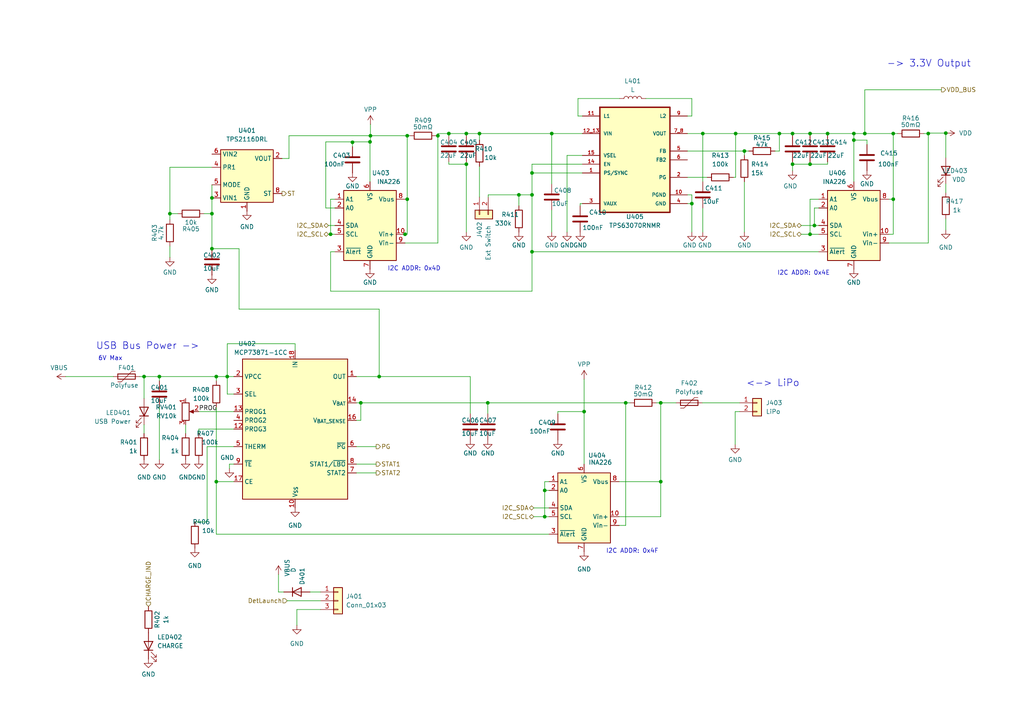
<source format=kicad_sch>
(kicad_sch (version 20231120) (generator "eeschema") (generator_version "8.0")
  (paper "A4")
  (lib_symbols
    (symbol "Battery_Management:MCP73871-1CC"
      (property "Reference" "U" (at -7.62 24.13 0))
      (property "Value" "MCP73871-1CC" (at -15.24 21.59 0))
      (symbol "MCP73871-1CC_0_1"
        (rectangle (start -15.24 20.32) (end 15.24 -20.32) (stroke (width 0.254)) (fill (type background)))
      )
      (symbol "MCP73871-1CC_1_1"
        (pin power_out line (at 17.78 15.24 180) (length 2.54) (name "OUT") (number "1"))
        (pin power_in line (at 0 -22.86 90) (length 2.54) (name "V_{SS}") (number "10"))
        (pin passive line (at 0 -22.86 90) (length 2.54) hide (name "V_{SS}") (number "11"))
        (pin bidirectional line (at -17.78 0 0) (length 2.54) (name "PROG3") (number "12"))
        (pin bidirectional line (at -17.78 5.08 0) (length 2.54) (name "PROG1") (number "13"))
        (pin power_out line (at 17.78 7.62 180) (length 2.54) (name "V_{BAT}") (number "14"))
        (pin passive line (at 17.78 7.62 180) (length 2.54) hide (name "V_{BAT}") (number "15"))
        (pin input line (at 17.78 2.54 180) (length 2.54) (name "V_{BAT_SENSE}") (number "16"))
        (pin input line (at -17.78 -15.24 0) (length 2.54) (name "CE") (number "17"))
        (pin power_in line (at 0 22.86 270) (length 2.54) (name "IN") (number "18"))
        (pin passive line (at 0 22.86 270) (length 2.54) hide (name "IN") (number "19"))
        (pin input line (at -17.78 15.24 0) (length 2.54) (name "VPCC") (number "2"))
        (pin passive line (at 17.78 15.24 180) (length 2.54) hide (name "OUT") (number "20"))
        (pin passive line (at 0 -22.86 90) (length 2.54) hide (name "V_{SS}") (number "21"))
        (pin input line (at -17.78 10.16 0) (length 2.54) (name "SEL") (number "3"))
        (pin input line (at -17.78 2.54 0) (length 2.54) (name "PROG2") (number "4"))
        (pin bidirectional line (at -17.78 -5.08 0) (length 2.54) (name "THERM") (number "5"))
        (pin open_collector line (at 17.78 -5.08 180) (length 2.54) (name "~{PG}") (number "6"))
        (pin open_collector line (at 17.78 -12.7 180) (length 2.54) (name "STAT2") (number "7"))
        (pin open_collector line (at 17.78 -10.16 180) (length 2.54) (name "STAT1/~{LBO}") (number "8"))
        (pin input line (at -17.78 -10.16 0) (length 2.54) (name "~{TE}") (number "9"))
      )
    )
    (symbol "Connector_Generic:Conn_01x02" (pin_names (offset 1.016) hide)
      (property "Reference" "J" (at 0 2.54 0))
      (property "Value" "Conn_01x02" (at 0 -5.08 0))
      (symbol "Conn_01x02_1_1"
        (rectangle (start -1.27 -2.413) (end 0 -2.667) (stroke (width 0.1524)))
        (rectangle (start -1.27 0.127) (end 0 -0.127) (stroke (width 0.1524)))
        (rectangle (start -1.27 1.27) (end 1.27 -3.81) (stroke (width 0.254)) (fill (type background)))
        (pin passive line (at -5.08 0 0) (length 3.81) (name "Pin_1") (number "1"))
        (pin passive line (at -5.08 -2.54 0) (length 3.81) (name "Pin_2") (number "2"))
      )
    )
    (symbol "Connector_Generic:Conn_01x03" (pin_names (offset 1.016) hide)
      (property "Reference" "J" (at 0 5.08 0))
      (property "Value" "Conn_01x03" (at 0 -5.08 0))
      (symbol "Conn_01x03_1_1"
        (rectangle (start -1.27 -2.413) (end 0 -2.667) (stroke (width 0.1524)))
        (rectangle (start -1.27 0.127) (end 0 -0.127) (stroke (width 0.1524)))
        (rectangle (start -1.27 2.667) (end 0 2.413) (stroke (width 0.1524)))
        (rectangle (start -1.27 3.81) (end 1.27 -3.81) (stroke (width 0.254)) (fill (type background)))
        (pin passive line (at -5.08 2.54 0) (length 3.81) (name "Pin_1") (number "1"))
        (pin passive line (at -5.08 0 0) (length 3.81) (name "Pin_2") (number "2"))
        (pin passive line (at -5.08 -2.54 0) (length 3.81) (name "Pin_3") (number "3"))
      )
    )
    (symbol "Device:C" (pin_numbers hide) (pin_names (offset 0.254))
      (property "Reference" "C" (at 0.635 2.54 0))
      (property "Value" "C" (at 0.635 -2.54 0))
      (symbol "C_0_1"
        (polyline (pts (xy -2.032 -0.762) (xy 2.032 -0.762)) (stroke (width 0.508)))
        (polyline (pts (xy -2.032 0.762) (xy 2.032 0.762)) (stroke (width 0.508)))
      )
      (symbol "C_1_1"
        (pin passive line (at 0 3.81 270) (length 2.794) (name "~") (number "1"))
        (pin passive line (at 0 -3.81 90) (length 2.794) (name "~") (number "2"))
      )
    )
    (symbol "Device:D" (pin_numbers hide) (pin_names (offset 1.016) hide)
      (property "Reference" "D" (at 0 2.54 0))
      (property "Value" "D" (at 0 -2.54 0))
      (symbol "D_0_1"
        (polyline (pts (xy -1.27 1.27) (xy -1.27 -1.27)) (stroke (width 0.254)))
        (polyline (pts (xy 1.27 0) (xy -1.27 0)))
        (polyline (pts (xy 1.27 1.27) (xy 1.27 -1.27) (xy -1.27 0) (xy 1.27 1.27)) (stroke (width 0.254)))
      )
      (symbol "D_1_1"
        (pin passive line (at -3.81 0 0) (length 2.54) (name "K") (number "1"))
        (pin passive line (at 3.81 0 180) (length 2.54) (name "A") (number "2"))
      )
    )
    (symbol "Device:L" (pin_numbers hide) (pin_names (offset 1.016) hide)
      (property "Reference" "L" (at -1.27 0 90))
      (property "Value" "L" (at 1.905 0 90))
      (symbol "L_0_1"
        (arc (start 0 -2.54) (mid 0.6323 -1.905) (end 0 -1.27))
        (arc (start 0 -1.27) (mid 0.6323 -0.635) (end 0 0))
        (arc (start 0 0) (mid 0.6323 0.635) (end 0 1.27))
        (arc (start 0 1.27) (mid 0.6323 1.905) (end 0 2.54))
      )
      (symbol "L_1_1"
        (pin passive line (at 0 3.81 270) (length 1.27) (name "1") (number "1"))
        (pin passive line (at 0 -3.81 90) (length 1.27) (name "2") (number "2"))
      )
    )
    (symbol "Device:LED" (pin_numbers hide) (pin_names (offset 1.016) hide)
      (property "Reference" "D" (at 0 2.54 0))
      (property "Value" "LED" (at 0 -2.54 0))
      (symbol "LED_0_1"
        (polyline (pts (xy -1.27 -1.27) (xy -1.27 1.27)) (stroke (width 0.254)))
        (polyline (pts (xy -1.27 0) (xy 1.27 0)))
        (polyline (pts (xy 1.27 -1.27) (xy 1.27 1.27) (xy -1.27 0) (xy 1.27 -1.27)) (stroke (width 0.254)))
        (polyline (pts (xy -3.048 -0.762) (xy -4.572 -2.286) (xy -3.81 -2.286) (xy -4.572 -2.286) (xy -4.572 -1.524)))
        (polyline (pts (xy -1.778 -0.762) (xy -3.302 -2.286) (xy -2.54 -2.286) (xy -3.302 -2.286) (xy -3.302 -1.524)))
      )
      (symbol "LED_1_1"
        (pin passive line (at -3.81 0 0) (length 2.54) (name "K") (number "1"))
        (pin passive line (at 3.81 0 180) (length 2.54) (name "A") (number "2"))
      )
    )
    (symbol "Device:Polyfuse" (pin_numbers hide) (pin_names (offset 0))
      (property "Reference" "F" (at -2.54 0 90))
      (property "Value" "Polyfuse" (at 2.54 0 90))
      (symbol "Polyfuse_0_1"
        (rectangle (start -0.762 2.54) (end 0.762 -2.54) (stroke (width 0.254)))
        (polyline (pts (xy 0 2.54) (xy 0 -2.54)))
        (polyline (pts (xy -1.524 2.54) (xy -1.524 1.524) (xy 1.524 -1.524) (xy 1.524 -2.54)))
      )
      (symbol "Polyfuse_1_1"
        (pin passive line (at 0 3.81 270) (length 1.27) (name "~") (number "1"))
        (pin passive line (at 0 -3.81 90) (length 1.27) (name "~") (number "2"))
      )
    )
    (symbol "Device:R" (pin_numbers hide) (pin_names (offset 0))
      (property "Reference" "R" (at 2.032 0 90))
      (property "Value" "R" (at 0 0 90))
      (symbol "R_0_1"
        (rectangle (start -1.016 -2.54) (end 1.016 2.54) (stroke (width 0.254)))
      )
      (symbol "R_1_1"
        (pin passive line (at 0 3.81 270) (length 1.27) (name "~") (number "1"))
        (pin passive line (at 0 -3.81 90) (length 1.27) (name "~") (number "2"))
      )
    )
    (symbol "Device:R_Potentiometer" (pin_names (offset 1.016) hide)
      (property "Reference" "RV" (at -4.445 0 90))
      (property "Value" "R_Potentiometer" (at -2.54 0 90))
      (symbol "R_Potentiometer_0_1"
        (polyline (pts (xy 2.54 0) (xy 1.524 0)))
        (polyline (pts (xy 1.143 0) (xy 2.286 0.508) (xy 2.286 -0.508) (xy 1.143 0)) (fill (type outline)))
        (rectangle (start 1.016 2.54) (end -1.016 -2.54) (stroke (width 0.254)))
      )
      (symbol "R_Potentiometer_1_1"
        (pin passive line (at 0 3.81 270) (length 1.27) (name "1") (number "1"))
        (pin passive line (at 3.81 0 180) (length 1.27) (name "2") (number "2"))
        (pin passive line (at 0 -3.81 90) (length 1.27) (name "3") (number "3"))
      )
    )
    (symbol "GND_1" (power) (pin_numbers hide) (pin_names (offset 0) hide)
      (property "Value" "GND" (at 0 -3.81 0))
      (symbol "GND_1_0_1"
        (polyline (pts (xy 0 0) (xy 0 -1.27) (xy 1.27 -1.27) (xy 0 -2.54) (xy -1.27 -1.27) (xy 0 -1.27)))
      )
      (symbol "GND_1_1_1"
        (pin power_in line (at 0 0 270) (length 0) (name "~") (number "1"))
      )
    )
    (symbol "GND_2" (power) (pin_numbers hide) (pin_names (offset 0) hide)
      (property "Value" "GND" (at 0 -3.81 0))
      (symbol "GND_2_0_1"
        (polyline (pts (xy 0 0) (xy 0 -1.27) (xy 1.27 -1.27) (xy 0 -2.54) (xy -1.27 -1.27) (xy 0 -1.27)))
      )
      (symbol "GND_2_1_1"
        (pin power_in line (at 0 0 270) (length 0) (name "~") (number "1"))
      )
    )
    (symbol "GND_3" (power) (pin_numbers hide) (pin_names (offset 0) hide)
      (property "Value" "GND" (at 0 -3.81 0))
      (symbol "GND_3_0_1"
        (polyline (pts (xy 0 0) (xy 0 -1.27) (xy 1.27 -1.27) (xy 0 -2.54) (xy -1.27 -1.27) (xy 0 -1.27)))
      )
      (symbol "GND_3_1_1"
        (pin power_in line (at 0 0 270) (length 0) (name "~") (number "1"))
      )
    )
    (symbol "Power_Management:TPS2116DRL"
      (property "Reference" "U306" (at 0 13.208 0))
      (property "Value" "TPS2116DRL" (at 0 10.668 0))
      (symbol "TPS2116DRL_0_1"
        (rectangle (start -7.62 7.62) (end 7.62 -7.62) (stroke (width 0.254)) (fill (type background)))
      )
      (symbol "TPS2116DRL_1_0"
        (pin power_out line (at 10.16 5.08 180) (length 2.54) hide (name "VOUT") (number "7"))
      )
      (symbol "TPS2116DRL_1_1"
        (pin power_in line (at 0 -10.16 90) (length 2.54) (name "GND") (number "1"))
        (pin power_out line (at 10.16 5.08 180) (length 2.54) (name "VOUT") (number "2"))
        (pin power_in line (at -10.16 -6.35 0) (length 2.54) (name "VIN1") (number "3"))
        (pin input line (at -10.16 2.54 0) (length 2.54) (name "PR1") (number "4"))
        (pin input line (at -10.16 -2.54 0) (length 2.54) (name "MODE") (number "5"))
        (pin power_in line (at -10.16 6.35 0) (length 2.54) (name "VIN2") (number "6"))
        (pin open_collector line (at 10.16 -5.08 180) (length 2.54) (name "ST") (number "8"))
      )
    )
    (symbol "Sensor_Energy:INA226"
      (property "Reference" "U" (at -6.35 11.43 0))
      (property "Value" "INA226" (at 3.81 11.43 0))
      (symbol "INA226_0_1"
        (rectangle (start 7.62 10.16) (end -7.62 -10.16) (stroke (width 0.254)) (fill (type background)))
      )
      (symbol "INA226_1_1"
        (pin input line (at 10.16 7.62 180) (length 2.54) (name "A1") (number "1"))
        (pin input line (at -10.16 -2.54 0) (length 2.54) (name "Vin+") (number "10"))
        (pin input line (at 10.16 5.08 180) (length 2.54) (name "A0") (number "2"))
        (pin open_collector line (at 10.16 -7.62 180) (length 2.54) (name "~{Alert}") (number "3"))
        (pin bidirectional line (at 10.16 0 180) (length 2.54) (name "SDA") (number "4"))
        (pin input line (at 10.16 -2.54 180) (length 2.54) (name "SCL") (number "5"))
        (pin power_in line (at 0 12.7 270) (length 2.54) (name "VS") (number "6"))
        (pin power_in line (at 0 -12.7 90) (length 2.54) (name "GND") (number "7"))
        (pin input line (at -10.16 7.62 0) (length 2.54) (name "Vbus") (number "8"))
        (pin input line (at -10.16 -5.08 0) (length 2.54) (name "Vin-") (number "9"))
      )
    )
    (symbol "WOBCLibrary:TPS63070RNMR" (pin_names (offset 1.016))
      (property "Reference" "U" (at -12.7 29.21 0))
      (property "Value" "TPS63070RNMR" (at -12.7 -19.24 0))
      (symbol "TPS63070RNMR_0_0"
        (rectangle (start -10.16 15.24) (end 10.16 -15.24) (stroke (width 0.41)) (fill (type background)))
        (pin input line (at -15.24 -3.81 0) (length 5.08) (name "PS/SYNC") (number "1"))
        (pin power_in line (at 15.24 -10.16 180) (length 5.08) (name "PGND") (number "10"))
        (pin bidirectional line (at -15.24 12.7 0) (length 5.08) (name "L1") (number "11"))
        (pin input line (at -15.24 7.62 0) (length 5.08) (name "VIN") (number "12_13"))
        (pin input line (at -15.24 -1.27 0) (length 5.08) (name "EN") (number "14"))
        (pin input line (at -15.24 1.27 0) (length 5.08) (name "VSEL") (number "15"))
        (pin output line (at 15.24 -5.08 180) (length 5.08) (name "PG") (number "2"))
        (pin output line (at -15.24 -12.7 0) (length 5.08) (name "VAUX") (number "3"))
        (pin power_in line (at 15.24 -12.7 180) (length 5.08) (name "GND") (number "4"))
        (pin input line (at 15.24 2.54 180) (length 5.08) (name "FB") (number "5"))
        (pin output line (at 15.24 0 180) (length 5.08) (name "FB2") (number "6"))
        (pin output line (at 15.24 7.62 180) (length 5.08) (name "VOUT") (number "7_8"))
        (pin bidirectional line (at 15.24 12.7 180) (length 5.08) (name "L2") (number "9"))
      )
    )
    (symbol "power:GND" (power) (pin_names (offset 0))
      (property "Value" "GND" (at 0 -3.81 0))
      (symbol "GND_0_1"
        (polyline (pts (xy 0 0) (xy 0 -1.27) (xy 1.27 -1.27) (xy 0 -2.54) (xy -1.27 -1.27) (xy 0 -1.27)))
      )
      (symbol "GND_1_1"
        (pin power_in line (at 0 0 270) (length 0) hide (name "GND") (number "1"))
      )
    )
    (symbol "power:VBUS" (power) (pin_names (offset 0))
      (property "Value" "VBUS" (at 0 3.81 0))
      (symbol "VBUS_0_1"
        (polyline (pts (xy -0.762 1.27) (xy 0 2.54)))
        (polyline (pts (xy 0 0) (xy 0 2.54)))
        (polyline (pts (xy 0 2.54) (xy 0.762 1.27)))
      )
      (symbol "VBUS_1_1"
        (pin power_in line (at 0 0 90) (length 0) hide (name "VBUS") (number "1"))
      )
    )
    (symbol "power:VDD" (power) (pin_names (offset 0))
      (property "Value" "VDD" (at 0 3.81 0))
      (symbol "VDD_0_1"
        (polyline (pts (xy -0.762 1.27) (xy 0 2.54)))
        (polyline (pts (xy 0 0) (xy 0 2.54)))
        (polyline (pts (xy 0 2.54) (xy 0.762 1.27)))
      )
      (symbol "VDD_1_1"
        (pin power_in line (at 0 0 90) (length 0) hide (name "VDD") (number "1"))
      )
    )
    (symbol "power:VPP" (power) (pin_numbers hide) (pin_names (offset 0) hide)
      (property "Value" "VPP" (at 0 3.556 0))
      (symbol "VPP_0_1"
        (polyline (pts (xy -0.762 1.27) (xy 0 2.54)))
        (polyline (pts (xy 0 0) (xy 0 2.54)))
        (polyline (pts (xy 0 2.54) (xy 0.762 1.27)))
      )
      (symbol "VPP_1_1"
        (pin power_in line (at 0 0 90) (length 0) (name "~") (number "1"))
      )
    )
  )
  (junction (at 169.418 119.38))
  (junction (at 229.87 47.625))
  (junction (at 269.24 38.735))
  (junction (at 135.255 38.735))
  (junction (at 157.988 142.24))
  (junction (at 160.02 38.735))
  (junction (at 157.988 149.86))
  (junction (at 229.87 38.735))
  (junction (at 109.982 109.22))
  (junction (at 234.95 47.625))
  (junction (at 247.65 40.64))
  (junction (at 61.468 57.404))
  (junction (at 107.315 41.148))
  (junction (at 65.913 109.22))
  (junction (at 62.738 109.22))
  (junction (at 236.22 65.405))
  (junction (at 247.65 38.735))
  (junction (at 234.95 67.945))
  (junction (at 62.738 139.7))
  (junction (at 154.305 50.165))
  (junction (at 141.478 116.84))
  (junction (at 104.648 116.84))
  (junction (at 95.885 67.945))
  (junction (at 250.825 38.735))
  (junction (at 127 39.37))
  (junction (at 139.065 38.735))
  (junction (at 61.468 72.136))
  (junction (at 215.9 43.815))
  (junction (at 259.08 57.785))
  (junction (at 49.276 61.976))
  (junction (at 107.442 39.37))
  (junction (at 226.06 38.735))
  (junction (at 274.32 38.608))
  (junction (at 41.783 109.22))
  (junction (at 203.835 38.735))
  (junction (at 61.468 61.976))
  (junction (at 117.475 67.945))
  (junction (at 135.255 47.625))
  (junction (at 234.95 38.735))
  (junction (at 46.228 109.22))
  (junction (at 130.175 38.735))
  (junction (at 118.11 39.37))
  (junction (at 191.643 139.7))
  (junction (at 154.305 56.515))
  (junction (at 181.483 116.84))
  (junction (at 259.08 38.735))
  (junction (at 213.36 38.735))
  (junction (at 240.03 38.735))
  (junction (at 150.495 56.515))
  (junction (at 200.66 59.055))
  (junction (at 102.235 41.275))
  (junction (at 191.643 116.84))
  (junction (at 154.305 73.025))
  (junction (at 118.11 57.785))
  (wire (pts (xy 179.578 149.86) (xy 191.643 149.86)))
  (wire (pts (xy 94.488 41.148) (xy 102.108 41.148)))
  (wire (pts (xy 95.885 73.025) (xy 95.885 84.455)))
  (wire (pts (xy 53.848 125.73) (xy 53.848 123.19)))
  (wire (pts (xy 179.578 152.4) (xy 181.483 152.4)))
  (wire (pts (xy 257.81 57.785) (xy 259.08 57.785)))
  (wire (pts (xy 181.483 116.84) (xy 181.483 152.4)))
  (wire (pts (xy 80.772 166.624) (xy 80.772 171.704)))
  (wire (pts (xy 46.228 109.22) (xy 46.228 110.49)))
  (wire (pts (xy 46.228 109.22) (xy 62.738 109.22)))
  (wire (pts (xy 257.81 67.945) (xy 259.08 67.945)))
  (wire (pts (xy 83.82 39.37) (xy 83.82 45.974)))
  (wire (pts (xy 274.32 66.675) (xy 274.32 63.5)))
  (wire (pts (xy 200.66 56.515) (xy 200.66 59.055)))
  (wire (pts (xy 97.155 60.325) (xy 94.488 60.325)))
  (wire (pts (xy 56.515 151.384) (xy 60.071 151.384)))
  (wire (pts (xy 102.362 41.148) (xy 107.315 41.148)))
  (wire (pts (xy 240.03 47.625) (xy 234.95 47.625)))
  (wire (pts (xy 19.05 109.22) (xy 32.893 109.22)))
  (wire (pts (xy 94.488 60.325) (xy 94.488 41.148)))
  (wire (pts (xy 102.235 42.545) (xy 102.235 41.275)))
  (wire (pts (xy 103.378 121.92) (xy 104.648 121.92)))
  (wire (pts (xy 200.66 59.055) (xy 200.66 67.31)))
  (wire (pts (xy 157.988 142.24) (xy 157.988 149.86)))
  (wire (pts (xy 200.66 59.055) (xy 199.39 59.055)))
  (wire (pts (xy 169.418 119.38) (xy 169.418 134.62)))
  (wire (pts (xy 226.06 43.815) (xy 226.06 38.735)))
  (wire (pts (xy 229.87 38.735) (xy 234.95 38.735)))
  (wire (pts (xy 97.155 73.025) (xy 95.885 73.025)))
  (wire (pts (xy 117.475 67.945) (xy 118.11 67.945)))
  (wire (pts (xy 139.065 38.735) (xy 160.02 38.735)))
  (wire (pts (xy 154.305 56.515) (xy 154.305 73.025)))
  (wire (pts (xy 66.548 135.89) (xy 66.548 134.62)))
  (wire (pts (xy 83.82 45.974) (xy 81.788 45.974)))
  (wire (pts (xy 103.378 134.62) (xy 109.093 134.62)))
  (wire (pts (xy 259.08 38.735) (xy 260.35 38.735)))
  (wire (pts (xy 102.108 41.148) (xy 102.108 41.275)))
  (wire (pts (xy 92.964 176.784) (xy 86.106 176.784)))
  (wire (pts (xy 200.66 28.575) (xy 200.66 33.655)))
  (wire (pts (xy 226.06 38.735) (xy 229.87 38.735)))
  (wire (pts (xy 159.258 142.24) (xy 157.988 142.24)))
  (wire (pts (xy 234.95 38.735) (xy 234.95 39.37)))
  (wire (pts (xy 199.39 38.735) (xy 203.835 38.735)))
  (wire (pts (xy 85.598 99.695) (xy 65.913 99.695)))
  (wire (pts (xy 157.988 149.86) (xy 159.258 149.86)))
  (wire (pts (xy 200.66 33.655) (xy 199.39 33.655)))
  (wire (pts (xy 136.398 109.22) (xy 136.398 120.015)))
  (wire (pts (xy 41.783 109.22) (xy 41.783 115.57)))
  (wire (pts (xy 130.175 46.99) (xy 130.175 47.625)))
  (wire (pts (xy 126.492 39.37) (xy 127 39.37)))
  (wire (pts (xy 49.276 71.374) (xy 49.276 74.676)))
  (wire (pts (xy 247.65 38.735) (xy 247.65 40.64)))
  (wire (pts (xy 179.578 139.7) (xy 191.643 139.7)))
  (wire (pts (xy 135.255 47.625) (xy 135.255 67.31)))
  (wire (pts (xy 240.03 46.99) (xy 240.03 47.625)))
  (wire (pts (xy 269.24 38.608) (xy 274.32 38.608)))
  (wire (pts (xy 267.97 38.735) (xy 269.24 38.735)))
  (wire (pts (xy 60.071 129.54) (xy 67.818 129.54)))
  (wire (pts (xy 65.913 99.695) (xy 65.913 109.22)))
  (wire (pts (xy 104.648 116.84) (xy 141.478 116.84)))
  (wire (pts (xy 65.913 109.22) (xy 67.818 109.22)))
  (wire (pts (xy 135.255 46.99) (xy 135.255 47.625)))
  (wire (pts (xy 213.233 119.38) (xy 214.503 119.38)))
  (wire (pts (xy 160.02 60.96) (xy 160.02 67.31)))
  (wire (pts (xy 232.41 65.405) (xy 236.22 65.405)))
  (wire (pts (xy 213.36 38.735) (xy 226.06 38.735)))
  (wire (pts (xy 141.478 116.84) (xy 181.483 116.84)))
  (wire (pts (xy 269.24 38.608) (xy 269.24 38.735)))
  (wire (pts (xy 57.658 124.46) (xy 67.818 124.46)))
  (wire (pts (xy 179.705 28.575) (xy 167.64 28.575)))
  (wire (pts (xy 191.643 116.84) (xy 196.088 116.84)))
  (wire (pts (xy 61.468 61.976) (xy 61.468 57.404)))
  (wire (pts (xy 59.182 61.976) (xy 61.468 61.976)))
  (wire (pts (xy 62.738 139.7) (xy 62.738 154.94)))
  (wire (pts (xy 215.9 52.705) (xy 215.9 67.31)))
  (wire (pts (xy 259.08 38.735) (xy 250.825 38.735)))
  (wire (pts (xy 234.95 38.735) (xy 240.03 38.735)))
  (wire (pts (xy 97.155 57.785) (xy 95.885 57.785)))
  (wire (pts (xy 259.08 67.945) (xy 259.08 57.785)))
  (wire (pts (xy 66.548 134.62) (xy 67.818 134.62)))
  (wire (pts (xy 141.605 56.515) (xy 150.495 56.515)))
  (wire (pts (xy 109.982 109.22) (xy 136.398 109.22)))
  (wire (pts (xy 62.738 109.22) (xy 62.738 110.49)))
  (wire (pts (xy 102.108 41.275) (xy 102.235 41.275)))
  (wire (pts (xy 234.95 57.785) (xy 237.49 57.785)))
  (wire (pts (xy 203.835 67.31) (xy 203.835 60.325)))
  (wire (pts (xy 190.373 116.84) (xy 191.643 116.84)))
  (wire (pts (xy 232.41 67.945) (xy 234.95 67.945)))
  (wire (pts (xy 130.175 47.625) (xy 135.255 47.625)))
  (wire (pts (xy 83.82 39.37) (xy 107.442 39.37)))
  (wire (pts (xy 212.725 51.435) (xy 213.36 51.435)))
  (wire (pts (xy 107.315 41.148) (xy 107.315 52.705)))
  (wire (pts (xy 62.738 109.22) (xy 65.913 109.22)))
  (wire (pts (xy 157.988 142.24) (xy 157.988 139.7)))
  (wire (pts (xy 247.65 40.64) (xy 247.65 52.705)))
  (wire (pts (xy 116.84 67.945) (xy 117.475 67.945)))
  (wire (pts (xy 215.9 45.085) (xy 215.9 43.815)))
  (wire (pts (xy 168.91 45.085) (xy 164.465 45.085)))
  (wire (pts (xy 229.87 47.625) (xy 229.87 46.99)))
  (wire (pts (xy 83.312 174.244) (xy 92.964 174.244)))
  (wire (pts (xy 107.442 36.068) (xy 107.442 39.37)))
  (wire (pts (xy 269.24 70.485) (xy 269.24 38.735)))
  (wire (pts (xy 236.22 60.325) (xy 236.22 65.405)))
  (wire (pts (xy 95.885 67.945) (xy 97.155 67.945)))
  (wire (pts (xy 191.643 149.86) (xy 191.643 139.7)))
  (wire (pts (xy 257.81 70.485) (xy 269.24 70.485)))
  (wire (pts (xy 168.91 50.165) (xy 154.305 50.165)))
  (wire (pts (xy 251.46 40.64) (xy 247.65 40.64)))
  (wire (pts (xy 62.738 118.11) (xy 62.738 139.7)))
  (wire (pts (xy 154.305 73.025) (xy 237.49 73.025)))
  (wire (pts (xy 102.362 41.275) (xy 102.235 41.275)))
  (wire (pts (xy 167.64 28.575) (xy 167.64 33.655)))
  (wire (pts (xy 234.95 47.625) (xy 229.87 47.625)))
  (wire (pts (xy 95.25 67.945) (xy 95.885 67.945)))
  (wire (pts (xy 167.64 33.655) (xy 168.91 33.655)))
  (wire (pts (xy 250.825 26.035) (xy 250.825 38.735)))
  (wire (pts (xy 107.442 39.37) (xy 118.11 39.37)))
  (wire (pts (xy 69.342 72.136) (xy 61.468 72.136)))
  (wire (pts (xy 49.276 61.976) (xy 51.562 61.976)))
  (wire (pts (xy 141.478 116.84) (xy 141.478 120.015)))
  (wire (pts (xy 46.228 118.11) (xy 46.228 133.35)))
  (wire (pts (xy 168.275 59.055) (xy 168.91 59.055)))
  (wire (pts (xy 67.818 139.7) (xy 62.738 139.7)))
  (wire (pts (xy 161.798 120.015) (xy 161.798 119.38)))
  (wire (pts (xy 127 70.485) (xy 127 39.37)))
  (wire (pts (xy 135.255 38.735) (xy 139.065 38.735)))
  (wire (pts (xy 118.11 57.785) (xy 117.475 57.785)))
  (wire (pts (xy 169.418 109.982) (xy 169.418 119.38)))
  (wire (pts (xy 154.305 50.165) (xy 154.305 56.515)))
  (wire (pts (xy 154.813 147.32) (xy 159.258 147.32)))
  (wire (pts (xy 274.32 55.88) (xy 274.32 53.34)))
  (wire (pts (xy 41.783 125.73) (xy 41.783 123.19)))
  (wire (pts (xy 203.835 38.735) (xy 213.36 38.735)))
  (wire (pts (xy 104.648 121.92) (xy 104.648 116.84)))
  (wire (pts (xy 234.95 46.99) (xy 234.95 47.625)))
  (wire (pts (xy 154.813 149.86) (xy 157.988 149.86)))
  (wire (pts (xy 141.605 57.15) (xy 141.605 56.515)))
  (wire (pts (xy 103.378 109.22) (xy 109.982 109.22)))
  (wire (pts (xy 49.276 48.514) (xy 49.276 61.976)))
  (wire (pts (xy 215.9 43.815) (xy 217.17 43.815)))
  (wire (pts (xy 49.276 61.976) (xy 49.276 63.754)))
  (wire (pts (xy 191.643 139.7) (xy 191.643 116.84)))
  (wire (pts (xy 69.342 72.136) (xy 69.342 89.662)))
  (wire (pts (xy 95.885 84.455) (xy 154.305 84.455)))
  (wire (pts (xy 118.11 57.785) (xy 118.11 67.945)))
  (wire (pts (xy 203.835 38.735) (xy 203.835 52.705)))
  (wire (pts (xy 274.32 38.608) (xy 274.32 45.72)))
  (wire (pts (xy 109.093 137.16) (xy 103.378 137.16)))
  (wire (pts (xy 259.08 57.785) (xy 259.08 38.735)))
  (wire (pts (xy 154.305 47.625) (xy 168.91 47.625)))
  (wire (pts (xy 160.02 38.735) (xy 168.91 38.735)))
  (wire (pts (xy 127 39.37) (xy 127 38.735)))
  (wire (pts (xy 107.315 41.148) (xy 107.442 41.148)))
  (wire (pts (xy 130.175 38.735) (xy 135.255 38.735)))
  (wire (pts (xy 234.95 57.785) (xy 234.95 67.945)))
  (wire (pts (xy 237.49 60.325) (xy 236.22 60.325)))
  (wire (pts (xy 61.468 48.514) (xy 49.276 48.514)))
  (wire (pts (xy 95.885 57.785) (xy 95.885 67.945)))
  (wire (pts (xy 157.988 139.7) (xy 159.258 139.7)))
  (wire (pts (xy 41.783 109.22) (xy 46.228 109.22)))
  (wire (pts (xy 150.495 56.515) (xy 150.495 59.69)))
  (wire (pts (xy 168.275 59.69) (xy 168.275 59.055)))
  (wire (pts (xy 161.798 119.38) (xy 169.418 119.38)))
  (wire (pts (xy 118.11 39.37) (xy 118.11 57.785)))
  (wire (pts (xy 213.36 51.435) (xy 213.36 38.735)))
  (wire (pts (xy 118.11 39.37) (xy 118.872 39.37)))
  (wire (pts (xy 135.255 38.735) (xy 135.255 39.37)))
  (wire (pts (xy 103.378 129.54) (xy 109.093 129.54)))
  (wire (pts (xy 109.982 89.662) (xy 109.982 109.22)))
  (wire (pts (xy 117.475 70.485) (xy 127 70.485)))
  (wire (pts (xy 199.39 43.815) (xy 215.9 43.815)))
  (wire (pts (xy 57.658 119.38) (xy 67.818 119.38)))
  (wire (pts (xy 229.87 47.625) (xy 229.87 49.53)))
  (wire (pts (xy 60.071 129.54) (xy 60.071 151.384)))
  (wire (pts (xy 154.305 47.625) (xy 154.305 50.165)))
  (wire (pts (xy 205.105 51.435) (xy 199.39 51.435)))
  (wire (pts (xy 62.738 154.94) (xy 159.258 154.94)))
  (wire (pts (xy 154.305 84.455) (xy 154.305 73.025)))
  (wire (pts (xy 69.342 89.662) (xy 109.982 89.662)))
  (wire (pts (xy 240.03 38.735) (xy 240.03 39.37)))
  (wire (pts (xy 150.495 56.515) (xy 154.305 56.515)))
  (wire (pts (xy 187.325 28.575) (xy 200.66 28.575)))
  (wire (pts (xy 102.362 41.148) (xy 102.362 41.275)))
  (wire (pts (xy 236.22 65.405) (xy 237.49 65.405)))
  (wire (pts (xy 127 38.735) (xy 130.175 38.735)))
  (wire (pts (xy 40.513 109.22) (xy 41.783 109.22)))
  (wire (pts (xy 199.39 56.515) (xy 200.66 56.515)))
  (wire (pts (xy 61.468 61.976) (xy 61.468 72.136)))
  (wire (pts (xy 130.175 38.735) (xy 130.175 39.37)))
  (wire (pts (xy 160.02 53.34) (xy 160.02 38.735)))
  (wire (pts (xy 65.913 114.3) (xy 65.913 109.22)))
  (wire (pts (xy 224.79 43.815) (xy 226.06 43.815)))
  (wire (pts (xy 61.468 53.594) (xy 61.468 57.404)))
  (wire (pts (xy 181.483 116.84) (xy 182.753 116.84)))
  (wire (pts (xy 82.296 171.704) (xy 80.772 171.704)))
  (wire (pts (xy 164.465 45.085) (xy 164.465 67.31)))
  (wire (pts (xy 139.065 38.735) (xy 139.065 40.64)))
  (wire (pts (xy 203.708 116.84) (xy 214.503 116.84)))
  (wire (pts (xy 103.378 116.84) (xy 104.648 116.84)))
  (wire (pts (xy 92.964 171.704) (xy 89.916 171.704)))
  (wire (pts (xy 86.106 176.784) (xy 86.106 181.356)))
  (wire (pts (xy 273.05 26.035) (xy 250.825 26.035)))
  (wire (pts (xy 139.065 48.26) (xy 139.065 57.15)))
  (wire (pts (xy 234.95 67.945) (xy 237.49 67.945)))
  (wire (pts (xy 213.233 128.905) (xy 213.233 119.38)))
  (wire (pts (xy 107.442 39.37) (xy 107.442 41.148)))
  (wire (pts (xy 57.658 125.73) (xy 57.658 124.46)))
  (wire (pts (xy 85.598 99.695) (xy 85.598 101.6)))
  (wire (pts (xy 247.65 38.735) (xy 250.825 38.735)))
  (wire (pts (xy 67.818 114.3) (xy 65.913 114.3)))
  (wire (pts (xy 95.25 65.405) (xy 97.155 65.405)))
  (wire (pts (xy 240.03 38.735) (xy 247.65 38.735)))
  (wire (pts (xy 229.87 38.735) (xy 229.87 39.37)))
  (wire (pts (xy 251.46 41.91) (xy 251.46 40.64)))
  (text "USB Bus Power ->" (at 27.813 101.6 0) (effects (font (size 2 2)) (justify left bottom)))
  (text "6V Max" (at 28.448 104.775 0) (effects (font (size 1.27 1.27)) (justify left bottom)))
  (text "I2C ADDR: 0x4E" (at 225.425 80.01 0) (effects (font (size 1.27 1.27)) (justify left bottom)))
  (text "I2C ADDR: 0x4F" (at 175.768 160.655 0) (effects (font (size 1.27 1.27)) (justify left bottom)))
  (text "I2C ADDR: 0x4D" (at 112.395 78.74 0) (effects (font (size 1.27 1.27)) (justify left bottom)))
  (text "-> 3.3V Output" (at 257.175 19.685 0) (effects (font (size 2 2)) (justify left bottom)))
  (text "<-> LiPo" (at 216.408 112.395 0) (effects (font (size 2 2)) (justify left bottom)))
  (label "PROG" (at 57.658 119.38 0))
  (hierarchical_label "PG" (shape output) (at 109.093 129.54 0))
  (hierarchical_label "I2C_SCL" (shape bidirectional) (at 154.813 149.86 180))
  (hierarchical_label "I2C_SDA" (shape bidirectional) (at 154.813 147.32 180))
  (hierarchical_label "CHARGE_IND" (shape input) (at 43.053 175.895 90))
  (hierarchical_label "VDD_BUS" (shape output) (at 273.05 26.035 0))
  (hierarchical_label "STAT2" (shape output) (at 109.093 137.16 0))
  (hierarchical_label "DetLaunch" (shape input) (at 83.312 174.244 180))
  (hierarchical_label "I2C_SCL" (shape bidirectional) (at 95.25 67.945 180))
  (hierarchical_label "ST" (shape output) (at 81.788 56.134 0))
  (hierarchical_label "I2C_SDA" (shape bidirectional) (at 232.41 65.405 180))
  (hierarchical_label "I2C_SCL" (shape bidirectional) (at 232.41 67.945 180))
  (hierarchical_label "STAT1" (shape output) (at 109.093 134.62 0))
  (hierarchical_label "I2C_SDA" (shape bidirectional) (at 95.25 65.405 180))
  (symbol (lib_id "power:VPP") (at 169.418 109.982 0) (unit 1)
    (property "Reference" "#PWR0427" (effects (hide yes)))
    (property "Value" "VPP" (at 169.418 105.664 0))
    (property "Description" "Power symbol creates a global label with name \"VPP\"" (effects (hide yes)))
  )
  (symbol (lib_id "Device:C") (at 141.478 123.825 0) (unit 1)
    (property "Reference" "C407" (at 138.938 121.92 0) (effects (justify left)))
    (property "Value" "10uF" (at 138.938 125.73 0) (effects (justify left)))
    (property "Footprint" "Capacitor_SMD:C_0603_1608Metric" (effects (hide yes)))
    (property "LCSC" "C96446" (effects (hide yes)))
  )
  (symbol (lib_name "GND_1") (lib_id "power:GND") (at 61.468 79.756 0) (unit 1)
    (property "Reference" "#PWR0410" (effects (hide yes)))
    (property "Value" "GND" (at 61.468 84.074 0))
    (property "Description" "Power symbol creates a global label with name \"GND\" , ground" (effects (hide yes)))
  )
  (symbol (lib_id "Sensor_Energy:INA226") (at 169.418 147.32 0) (mirror y) (unit 1)
    (property "Reference" "U404" (at 175.768 132.08 0) (effects (justify left)))
    (property "Value" "INA226" (at 177.546 134.112 0) (effects (justify left)))
    (property "Footprint" "Package_SO:VSSOP-10_3x3mm_P0.5mm" (effects (hide yes)))
    (property "Datasheet" "http://www.ti.com/lit/ds/symlink/ina226.pdf" (effects (hide yes)))
    (property "LCSC" "C49851" (effects (hide yes)))
  )
  (symbol (lib_id "Device:R") (at 41.783 129.54 0) (mirror y) (unit 1)
    (property "Reference" "R401" (at 39.878 128.27 0) (effects (justify left)))
    (property "Value" "1k" (at 39.878 130.81 0) (effects (justify left)))
    (property "Footprint" "Resistor_SMD:R_0402_1005Metric" (effects (hide yes)))
    (property "LCSC" "C11702" (effects (hide yes)))
  )
  (symbol (lib_id "WOBCLibrary:TPS63070RNMR") (at 184.15 46.355 0) (unit 1)
    (property "Reference" "U405" (at 184.15 62.865 0))
    (property "Value" "TPS63070RNMR" (at 184.15 65.405 0))
    (property "Footprint" "WOBCLibrary:VREG_TPS63070RNMR" (effects (hide yes)))
    (property "Description" "Wide input voltage (2V-16V) buck-boost converter" (effects (hide yes)))
    (property "MF" "Texas Instruments" (effects (hide yes)))
    (property "Package" "VQFN-HR-15 Texas Instruments" (effects (hide yes)))
    (property "Price" "None" (effects (hide yes)))
    (property "SnapEDA_Link" "https://www.snapeda.com/parts/TPS63070RNMR/Texas+Instruments/view-part/?ref=snap" (effects (hide yes)))
    (property "MP" "TPS63070RNMR" (effects (hide yes)))
    (property "Purchase-URL" "https://www.snapeda.com/api/url_track_click_mouser/?unipart_id=583017&manufacturer=Texas Instruments&part_name=TPS63070RNMR&search_term=None" (effects (hide yes)))
    (property "Availability" "In Stock" (effects (hide yes)))
    (property "Check_prices" "https://www.snapeda.com/parts/TPS63070RNMR/Texas+Instruments/view-part/?ref=eda" (effects (hide yes)))
    (property "LCSC" "C109322" (effects (hide yes)))
  )
  (symbol (lib_id "Device:C") (at 102.235 46.355 0) (unit 1)
    (property "Reference" "C403" (at 96.52 45.085 0) (effects (justify left)))
    (property "Value" "100nF" (at 93.98 47.625 0) (effects (justify left)))
    (property "Footprint" "Capacitor_SMD:C_0402_1005Metric" (effects (hide yes)))
    (property "LCSC" "C1525" (effects (hide yes)))
  )
  (symbol (lib_id "Device:C") (at 61.468 75.946 0) (unit 1)
    (property "Reference" "C402" (at 58.928 74.041 0) (effects (justify left)))
    (property "Value" "10uF" (at 58.928 77.851 0) (effects (justify left)))
    (property "Footprint" "Capacitor_SMD:C_0603_1608Metric" (effects (hide yes)))
    (property "LCSC" "C96446" (effects (hide yes)))
  )
  (symbol (lib_id "Device:R") (at 274.32 59.69 0) (mirror y) (unit 1)
    (property "Reference" "R417" (at 279.4 58.42 0) (effects (justify left)))
    (property "Value" "1k" (at 278.765 60.96 0) (effects (justify left)))
    (property "Footprint" "Resistor_SMD:R_0402_1005Metric" (effects (hide yes)))
    (property "LCSC" "C11702" (effects (hide yes)))
  )
  (symbol (lib_id "Device:R") (at 57.658 129.54 0) (mirror y) (unit 1)
    (property "Reference" "R407" (at 62.103 125.73 0) (effects (justify left)))
    (property "Value" "100k" (at 63.373 128.27 0) (effects (justify left)))
    (property "Footprint" "Resistor_SMD:R_0402_1005Metric" (effects (hide yes)))
    (property "LCSC" "C25741" (effects (hide yes)))
  )
  (symbol (lib_id "power:GND") (at 46.228 133.35 0) (unit 1)
    (property "Reference" "#PWR0405" (effects (hide yes)))
    (property "Value" "GND" (at 46.228 138.43 0))
  )
  (symbol (lib_id "power:VDD") (at 274.32 38.608 270) (unit 1)
    (property "Reference" "#PWR0436" (effects (hide yes)))
    (property "Value" "VDD" (at 278.13 38.608 90) (effects (justify left)))
  )
  (symbol (lib_id "power:VPP") (at 107.442 36.068 0) (unit 1)
    (property "Reference" "#PWR0418" (effects (hide yes)))
    (property "Value" "VPP" (at 107.442 31.75 0))
    (property "Description" "Power symbol creates a global label with name \"VPP\"" (effects (hide yes)))
    (instances (project "" (path "" (reference "#PWR0418") (unit 1))) (project "" (path "" (reference "#PWR0417") (unit 1))))
  )
  (symbol (lib_id "power:GND") (at 57.658 133.35 0) (unit 1)
    (property "Reference" "#PWR0409" (effects (hide yes)))
    (property "Value" "GND" (at 57.658 138.43 0))
  )
  (symbol (lib_id "Device:R") (at 55.372 61.976 270) (unit 1)
    (property "Reference" "R405" (at 55.372 66.421 90))
    (property "Value" "10k" (at 55.372 64.516 90))
    (property "Footprint" "Resistor_SMD:R_0402_1005Metric" (effects (hide yes)))
    (property "LCSC" "C25744" (effects (hide yes)))
  )
  (symbol (lib_id "power:GND") (at 53.848 133.35 0) (unit 1)
    (property "Reference" "#PWR0407" (effects (hide yes)))
    (property "Value" "GND" (at 53.848 138.43 0))
  )
  (symbol (lib_id "power:GND") (at 164.465 67.31 0) (unit 1)
    (property "Reference" "#PWR0425" (effects (hide yes)))
    (property "Value" "GND" (at 164.465 71.12 0))
  )
  (symbol (lib_id "Device:C") (at 251.46 45.72 0) (unit 1)
    (property "Reference" "C415" (at 255.27 44.45 0) (effects (justify left)))
    (property "Value" "100nF" (at 254.635 47.625 0) (effects (justify left)))
    (property "Footprint" "Capacitor_SMD:C_0402_1005Metric" (effects (hide yes)))
    (property "LCSC" "C1525" (effects (hide yes)))
  )
  (symbol (lib_id "Device:R") (at 122.682 39.37 90) (unit 1)
    (property "Reference" "R409" (at 122.682 34.925 90))
    (property "Value" "50mΩ" (at 122.682 36.83 90))
    (property "Footprint" "Resistor_SMD:R_0805_2012Metric" (effects (hide yes)))
    (property "LCSC" "C247602" (effects (hide yes)))
  )
  (symbol (lib_id "Device:R") (at 215.9 48.895 180) (unit 1)
    (property "Reference" "R414" (at 217.805 47.625 0) (effects (justify right)))
    (property "Value" "15k" (at 217.805 50.165 0) (effects (justify right)))
    (property "Footprint" "Resistor_SMD:R_0402_1005Metric" (effects (hide yes)))
    (property "LCSC" "C25756" (effects (hide yes)))
  )
  (symbol (lib_id "power:GND") (at 229.87 49.53 0) (unit 1)
    (property "Reference" "#PWR0433" (effects (hide yes)))
    (property "Value" "GND" (at 229.235 53.975 0))
  )
  (symbol (lib_id "Sensor_Energy:INA226") (at 107.315 65.405 0) (mirror y) (unit 1)
    (property "Reference" "U403" (at 113.03 50.165 0) (effects (justify left)))
    (property "Value" "INA226" (at 116.205 52.705 0) (effects (justify left)))
    (property "Footprint" "Package_SO:VSSOP-10_3x3mm_P0.5mm" (effects (hide yes)))
    (property "Datasheet" "http://www.ti.com/lit/ds/symlink/ina226.pdf" (effects (hide yes)))
    (property "LCSC" "C49851" (effects (hide yes)))
  )
  (symbol (lib_id "Device:R") (at 264.16 38.735 90) (unit 1)
    (property "Reference" "R416" (at 264.16 34.29 90))
    (property "Value" "50mΩ" (at 264.16 36.195 90))
    (property "Footprint" "Resistor_SMD:R_0805_2012Metric" (effects (hide yes)))
    (property "LCSC" "C247602" (effects (hide yes)))
  )
  (symbol (lib_id "Device:R") (at 208.915 51.435 270) (unit 1)
    (property "Reference" "R413" (at 208.915 45.085 90))
    (property "Value" "100k" (at 208.915 47.625 90))
    (property "Footprint" "Resistor_SMD:R_0402_1005Metric" (effects (hide yes)))
    (property "LCSC" "C25741" (effects (hide yes)))
  )
  (symbol (lib_id "Battery_Management:MCP73871-1CC") (at 85.598 124.46 0) (unit 1)
    (property "Reference" "U402" (at 69.088 99.695 0) (effects (justify left)))
    (property "Value" "MCP73871-1CC" (at 67.818 102.235 0) (effects (justify left)))
    (property "Footprint" "Package_DFN_QFN:QFN-20-1EP_4x4mm_P0.5mm_EP2.5x2.5mm" (effects (hide yes)))
    (property "Datasheet" "http://www.mouser.com/ds/2/268/22090a-52174.pdf" (effects (hide yes)))
    (property "LCSC" " C511310" (effects (hide yes)))
  )
  (symbol (lib_id "Device:R") (at 56.515 155.194 0) (mirror y) (unit 1)
    (property "Reference" "R406" (at 60.96 151.384 0) (effects (justify left)))
    (property "Value" "10k" (at 62.23 153.924 0) (effects (justify left)))
    (property "Footprint" "Resistor_SMD:R_0402_1005Metric" (effects (hide yes)))
    (property "LCSC" "C25744" (effects (hide yes)))
  )
  (symbol (lib_id "power:GND") (at 274.32 66.675 0) (unit 1)
    (property "Reference" "#PWR0437" (effects (hide yes)))
    (property "Value" "GND" (at 274.32 71.755 0))
  )
  (symbol (lib_id "power:GND") (at 247.65 78.105 0) (unit 1)
    (property "Reference" "#PWR0434" (effects (hide yes)))
    (property "Value" "GND" (at 247.65 81.915 0))
  )
  (symbol (lib_id "Device:C") (at 130.175 43.18 0) (unit 1)
    (property "Reference" "C404" (at 127.635 41.275 0) (effects (justify left)))
    (property "Value" "22uF" (at 127.635 45.085 0) (effects (justify left)))
    (property "Footprint" "Capacitor_SMD:C_0805_2012Metric" (effects (hide yes)))
    (property "LCSC" "C45783" (effects (hide yes)))
  )
  (symbol (lib_id "power:GND") (at 102.235 50.165 0) (unit 1)
    (property "Reference" "#PWR0416" (effects (hide yes)))
    (property "Value" "GND" (at 102.235 53.975 0))
  )
  (symbol (lib_id "Device:R_Potentiometer") (at 53.848 119.38 0) (unit 1)
    (property "Reference" "RV401" (at 51.308 118.11 0) (effects (justify right)))
    (property "Value" "RV10k" (at 51.308 120.65 0) (effects (justify right)))
    (property "Footprint" "Potentiometer_SMD:Potentiometer_Bourns_TC33X_Vertical" (effects (hide yes)))
    (property "LCSC" "C719176" (effects (hide yes)))
  )
  (symbol (lib_id "Device:D") (at 86.106 171.704 0) (unit 1)
    (property "Reference" "D401" (at 87.63 164.592 90) (effects (justify right)))
    (property "Value" "D" (at 85.09 164.592 90) (effects (justify right)))
    (property "Footprint" "Diode_SMD:D_SOD-323" (effects (hide yes)))
    (property "Description" "Diode" (effects (hide yes)))
    (property "Sim.Device" "D" (effects (hide yes)))
    (property "Sim.Pins" "1=K 2=A" (effects (hide yes)))
    (property "LCSC" "C191023" (effects (hide yes)))
  )
  (symbol (lib_id "power:GND") (at 203.835 67.31 0) (unit 1)
    (property "Reference" "#PWR0430" (effects (hide yes)))
    (property "Value" "GND" (at 204.47 71.12 0))
  )
  (symbol (lib_id "Device:R") (at 150.495 63.5 0) (unit 1)
    (property "Reference" "R411" (at 145.415 62.23 0) (effects (justify left)))
    (property "Value" "330k" (at 143.51 64.77 0) (effects (justify left)))
    (property "Footprint" "Resistor_SMD:R_0402_1005Metric" (effects (hide yes)))
    (property "LCSC" "C23137" (effects (hide yes)))
  )
  (symbol (lib_id "Device:R") (at 186.563 116.84 90) (unit 1)
    (property "Reference" "R412" (at 186.563 112.395 90))
    (property "Value" "50mΩ" (at 186.563 114.3 90))
    (property "Footprint" "Resistor_SMD:R_0805_2012Metric" (effects (hide yes)))
    (property "LCSC" "C247602" (effects (hide yes)))
  )
  (symbol (lib_id "Device:C") (at 136.398 123.825 0) (unit 1)
    (property "Reference" "C406" (at 133.858 121.92 0) (effects (justify left)))
    (property "Value" "10uF" (at 133.858 125.73 0) (effects (justify left)))
    (property "Footprint" "Capacitor_SMD:C_0603_1608Metric" (effects (hide yes)))
    (property "LCSC" "C96446" (effects (hide yes)))
  )
  (symbol (lib_id "power:GND") (at 161.798 127.635 0) (unit 1)
    (property "Reference" "#PWR0424" (effects (hide yes)))
    (property "Value" "GND" (at 161.798 131.445 0))
  )
  (symbol (lib_id "Device:C") (at 168.275 63.5 0) (unit 1)
    (property "Reference" "C410" (at 170.815 61.595 0) (effects (justify left)))
    (property "Value" "100nF" (at 168.91 66.04 0) (effects (justify left)))
    (property "Footprint" "Capacitor_SMD:C_0402_1005Metric" (effects (hide yes)))
    (property "LCSC" "C1525" (effects (hide yes)))
  )
  (symbol (lib_id "Device:C") (at 46.228 114.3 0) (unit 1)
    (property "Reference" "C401" (at 43.688 112.395 0) (effects (justify left)))
    (property "Value" "10uF" (at 43.688 116.205 0) (effects (justify left)))
    (property "Footprint" "Capacitor_SMD:C_0603_1608Metric" (effects (hide yes)))
    (property "LCSC" "C96446" (effects (hide yes)))
  )
  (symbol (lib_id "power:GND") (at 43.053 191.135 0) (unit 1)
    (property "Reference" "#PWR0404" (effects (hide yes)))
    (property "Value" "GND" (at 43.053 195.58 0))
  )
  (symbol (lib_id "Device:C") (at 229.87 43.18 0) (unit 1)
    (property "Reference" "C412" (at 230.505 41.275 0) (effects (justify left)))
    (property "Value" "22uF" (at 229.87 45.085 0) (effects (justify left)))
    (property "Footprint" "Capacitor_SMD:C_0805_2012Metric" (effects (hide yes)))
    (property "LCSC" "C45783" (effects (hide yes)))
  )
  (symbol (lib_id "Device:C") (at 161.798 123.825 0) (unit 1)
    (property "Reference" "C409" (at 156.083 122.555 0) (effects (justify left)))
    (property "Value" "100nF" (at 153.543 125.095 0) (effects (justify left)))
    (property "Footprint" "Capacitor_SMD:C_0402_1005Metric" (effects (hide yes)))
    (property "LCSC" "C1525" (effects (hide yes)))
  )
  (symbol (lib_id "Device:C") (at 160.02 57.15 0) (unit 1)
    (property "Reference" "C408" (at 160.655 55.245 0) (effects (justify left)))
    (property "Value" "10uF" (at 160.02 59.055 0) (effects (justify left)))
    (property "Footprint" "Capacitor_SMD:C_0603_1608Metric" (effects (hide yes)))
    (property "LCSC" "C96446" (effects (hide yes)))
  )
  (symbol (lib_id "power:GND") (at 251.46 49.53 0) (unit 1)
    (property "Reference" "#PWR0435" (effects (hide yes)))
    (property "Value" "GND" (at 251.46 53.34 0))
  )
  (symbol (lib_id "power:GND") (at 107.315 78.105 0) (unit 1)
    (property "Reference" "#PWR0417" (effects (hide yes)))
    (property "Value" "GND" (at 107.315 81.915 0))
  )
  (symbol (lib_id "Device:C") (at 240.03 43.18 0) (unit 1)
    (property "Reference" "C414" (at 240.665 41.275 0) (effects (justify left)))
    (property "Value" "22uF" (at 240.03 45.085 0) (effects (justify left)))
    (property "Footprint" "Capacitor_SMD:C_0805_2012Metric" (effects (hide yes)))
    (property "LCSC" "C45783" (effects (hide yes)))
  )
  (symbol (lib_id "power:GND") (at 141.478 127.635 0) (unit 1)
    (property "Reference" "#PWR0421" (effects (hide yes)))
    (property "Value" "GND" (at 141.478 131.445 0))
  )
  (symbol (lib_id "power:GND") (at 136.398 127.635 0) (unit 1)
    (property "Reference" "#PWR0420" (effects (hide yes)))
    (property "Value" "GND" (at 136.398 131.445 0))
  )
  (symbol (lib_id "Device:C") (at 203.835 56.515 0) (unit 1)
    (property "Reference" "C411" (at 204.47 54.61 0) (effects (justify left)))
    (property "Value" "10uF" (at 203.835 58.42 0) (effects (justify left)))
    (property "Footprint" "Capacitor_SMD:C_0603_1608Metric" (effects (hide yes)))
    (property "LCSC" "C96446" (effects (hide yes)))
  )
  (symbol (lib_id "Device:R") (at 43.053 179.705 180) (unit 1)
    (property "Reference" "R402" (at 45.593 179.705 90))
    (property "Value" "1k" (at 48.133 179.705 90))
    (property "Footprint" "Resistor_SMD:R_0402_1005Metric" (effects (hide yes)))
    (property "LCSC" "C11702" (effects (hide yes)))
  )
  (symbol (lib_id "Device:R") (at 49.276 67.564 180) (unit 1)
    (property "Reference" "R403" (at 44.831 67.564 90))
    (property "Value" "4.7k" (at 46.736 67.564 90))
    (property "Footprint" "Resistor_SMD:R_0402_1005Metric" (effects (hide yes)))
    (property "LCSC" "C25900" (effects (hide yes)))
  )
  (symbol (lib_id "power:GND") (at 160.02 67.31 0) (unit 1)
    (property "Reference" "#PWR0423" (effects (hide yes)))
    (property "Value" "GND" (at 160.02 71.12 0))
  )
  (symbol (lib_name "GND_3") (lib_id "power:GND") (at 86.106 181.356 0) (unit 1)
    (property "Reference" "#PWR0415" (effects (hide yes)))
    (property "Value" "GND" (at 86.106 186.69 0))
    (property "Description" "Power symbol creates a global label with name \"GND\" , ground" (effects (hide yes)))
    (instances (project "" (path "" (reference "#PWR0415") (unit 1))) (project "" (path "" (reference "#PWR0414") (unit 1))))
  )
  (symbol (lib_id "Device:R") (at 62.738 114.3 0) (mirror y) (unit 1)
    (property "Reference" "R408" (at 60.833 113.03 0) (effects (justify left)))
    (property "Value" "100k" (at 60.833 115.57 0) (effects (justify left)))
    (property "Footprint" "Resistor_SMD:R_0402_1005Metric" (effects (hide yes)))
    (property "LCSC" "C25741" (effects (hide yes)))
  )
  (symbol (lib_name "GND_2") (lib_id "power:GND") (at 71.628 61.214 0) (unit 1)
    (property "Reference" "#PWR0412" (effects (hide yes)))
    (property "Value" "GND" (at 71.628 65.786 0))
    (property "Description" "Power symbol creates a global label with name \"GND\" , ground" (effects (hide yes)))
  )
  (symbol (lib_id "power:GND") (at 213.233 128.905 0) (unit 1)
    (property "Reference" "#PWR0431" (effects (hide yes)))
    (property "Value" "GND" (at 213.233 133.35 0))
  )
  (symbol (lib_id "power:GND") (at 150.495 67.31 0) (unit 1)
    (property "Reference" "#PWR0422" (effects (hide yes)))
    (property "Value" "GND" (at 150.495 71.12 0))
  )
  (symbol (lib_id "power:GND") (at 56.515 159.004 0) (unit 1)
    (property "Reference" "#PWR0408" (effects (hide yes)))
    (property "Value" "GND" (at 56.515 164.084 0))
  )
  (symbol (lib_id "Device:LED") (at 41.783 119.38 270) (mirror x) (unit 1)
    (property "Reference" "LED401" (at 37.973 119.6975 90) (effects (justify right)))
    (property "Value" "USB Power" (at 37.973 122.2375 90) (effects (justify right)))
    (property "Footprint" "LED_SMD:LED_0805_2012Metric" (effects (hide yes)))
    (property "LCSC" "C2297" (effects (hide yes)))
  )
  (symbol (lib_id "Device:C") (at 234.95 43.18 0) (unit 1)
    (property "Reference" "C413" (at 235.585 41.275 0) (effects (justify left)))
    (property "Value" "22uF" (at 234.95 45.085 0) (effects (justify left)))
    (property "Footprint" "Capacitor_SMD:C_0805_2012Metric" (effects (hide yes)))
    (property "LCSC" "C45783" (effects (hide yes)))
  )
  (symbol (lib_id "power:GND") (at 168.275 67.31 0) (unit 1)
    (property "Reference" "#PWR0426" (effects (hide yes)))
    (property "Value" "GND" (at 168.275 71.12 0))
  )
  (symbol (lib_id "power:GND") (at 200.66 67.31 0) (unit 1)
    (property "Reference" "#PWR0429" (effects (hide yes)))
    (property "Value" "GND" (at 200.025 71.12 0))
  )
  (symbol (lib_id "Device:R") (at 53.848 129.54 0) (mirror y) (unit 1)
    (property "Reference" "R404" (at 51.943 127 0) (effects (justify left)))
    (property "Value" "1k" (at 51.943 130.81 0) (effects (justify left)))
    (property "Footprint" "Resistor_SMD:R_0402_1005Metric" (effects (hide yes)))
    (property "LCSC" "C11702" (effects (hide yes)))
  )
  (symbol (lib_id "Power_Management:TPS2116DRL") (at 71.628 51.054 0) (unit 1)
    (property "Reference" "U401" (at 71.628 37.846 0))
    (property "Value" "TPS2116DRL" (at 71.628 40.386 0))
    (property "Footprint" "Package_TO_SOT_SMD:SOT-583-8" (effects (hide yes)))
    (property "Datasheet" "https://www.ti.com/lit/ds/symlink/tps2116.pdf" (effects (hide yes)))
    (property "Description" "2 Channnels Power Mux with Manual and Priority Switchover, 1.6-5.5V Input Voltage, 2.5A Output Current, Ron 40 mOhm, SOT-583-8" (effects (hide yes)))
    (property "LCSC" " C3235557" (effects (hide yes)))
  )
  (symbol (lib_id "Device:LED") (at 43.053 187.325 90) (unit 1)
    (property "Reference" "LED402" (at 45.593 184.785 90) (effects (justify right)))
    (property "Value" "CHARGE" (at 45.593 187.325 90) (effects (justify right)))
    (property "Footprint" "LED_SMD:LED_0805_2012Metric" (effects (hide yes)))
    (property "LCSC" "C2296" (effects (hide yes)))
  )
  (symbol (lib_id "Connector_Generic:Conn_01x03") (at 98.044 174.244 0) (unit 1)
    (property "Reference" "J401" (at 100.33 172.9739 0) (effects (justify left)))
    (property "Value" "Conn_01x03" (at 100.33 175.5139 0) (effects (justify left)))
    (property "Footprint" "Connector_PinHeader_2.54mm:PinHeader_1x03_P2.54mm_Vertical" (effects (hide yes)))
    (property "Description" "Generic connector, single row, 01x03, script generated (kicad-library-utils/schlib/autogen/connector/)" (effects (hide yes)))
  )
  (symbol (lib_id "power:GND") (at 85.598 147.32 0) (unit 1)
    (property "Reference" "#PWR0414" (effects (hide yes)))
    (property "Value" "GND" (at 85.598 152.4 0))
  )
  (symbol (lib_id "Device:Polyfuse") (at 199.898 116.84 90) (unit 1)
    (property "Reference" "F402" (at 199.898 111.125 90))
    (property "Value" "Polyfuse" (at 199.898 113.665 90))
    (property "Footprint" "Fuse:Fuse_1206_3216Metric" (effects (hide yes)))
    (property "LCSC" "C883133" (effects (hide yes)))
  )
  (symbol (lib_id "Device:R") (at 220.98 43.815 90) (unit 1)
    (property "Reference" "R415" (at 220.98 40.005 90))
    (property "Value" "47k" (at 220.98 41.91 90))
    (property "Footprint" "Resistor_SMD:R_0402_1005Metric" (effects (hide yes)))
    (property "LCSC" "C25792" (effects (hide yes)))
  )
  (symbol (lib_id "power:VBUS") (at 19.05 109.22 90) (unit 1)
    (property "Reference" "#PWR0402" (effects (hide yes)))
    (property "Value" "VBUS" (at 19.685 106.68 90) (effects (justify left)))
  )
  (symbol (lib_id "Device:C") (at 135.255 43.18 0) (unit 1)
    (property "Reference" "C405" (at 133.35 41.275 0) (effects (justify left)))
    (property "Value" "22uF" (at 133.35 45.085 0) (effects (justify left)))
    (property "Footprint" "Capacitor_SMD:C_0805_2012Metric" (effects (hide yes)))
    (property "LCSC" "C45783" (effects (hide yes)))
  )
  (symbol (lib_id "power:GND") (at 41.783 133.35 0) (unit 1)
    (property "Reference" "#PWR0403" (effects (hide yes)))
    (property "Value" "GND" (at 41.783 138.43 0))
  )
  (symbol (lib_id "Connector_Generic:Conn_01x02") (at 219.583 116.84 0) (unit 1)
    (property "Reference" "J403" (at 222.123 116.84 0) (effects (justify left)))
    (property "Value" "LiPo" (at 222.123 119.38 0) (effects (justify left)))
    (property "Footprint" "Connector_JST:JST_PH_S2B-PH-K_1x02_P2.00mm_Horizontal" (effects (hide yes)))
  )
  (symbol (lib_id "Device:R") (at 139.065 44.45 180) (unit 1)
    (property "Reference" "R410" (at 142.875 43.18 0) (effects (justify left)))
    (property "Value" "10k" (at 144.145 45.72 0) (effects (justify left)))
    (property "Footprint" "Resistor_SMD:R_0402_1005Metric" (effects (hide yes)))
    (property "LCSC" "C25744" (effects (hide yes)))
  )
  (symbol (lib_id "Sensor_Energy:INA226") (at 247.65 65.405 0) (mirror y) (unit 1)
    (property "Reference" "U406" (at 245.4559 50.165 0) (effects (justify left)))
    (property "Value" "INA226" (at 245.4559 52.705 0) (effects (justify left)))
    (property "Footprint" "Package_SO:VSSOP-10_3x3mm_P0.5mm" (effects (hide yes)))
    (property "Datasheet" "http://www.ti.com/lit/ds/symlink/ina226.pdf" (effects (hide yes)))
    (property "LCSC" "C49851" (effects (hide yes)))
  )
  (symbol (lib_name "GND_1") (lib_id "power:GND") (at 49.276 74.676 0) (unit 1)
    (property "Reference" "#PWR0406" (effects (hide yes)))
    (property "Value" "GND" (at 49.276 78.994 0))
    (property "Description" "Power symbol creates a global label with name \"GND\" , ground" (effects (hide yes)))
  )
  (symbol (lib_id "power:GND") (at 215.9 67.31 0) (unit 1)
    (property "Reference" "#PWR0432" (effects (hide yes)))
    (property "Value" "GND" (at 215.9 71.12 0))
  )
  (symbol (lib_id "Device:L") (at 183.515 28.575 90) (unit 1)
    (property "Reference" "L401" (at 183.515 23.495 90))
    (property "Value" "L" (at 183.515 26.035 90))
    (property "Footprint" "Inductor_SMD:L_Wuerth_WE-TPC-3816" (effects (hide yes)))
    (property "LCSC" "C3033018" (effects (hide yes)))
  )
  (symbol (lib_id "Connector_Generic:Conn_01x02") (at 139.065 62.23 90) (mirror x) (unit 1)
    (property "Reference" "J402" (at 139.065 66.675 0))
    (property "Value" "Ext Switch" (at 141.605 70.485 0))
    (property "Footprint" "Connector_JST:JST_PH_S2B-PH-K_1x02_P2.00mm_Horizontal" (effects (hide yes)))
  )
  (symbol (lib_id "Device:LED") (at 274.32 49.53 270) (mirror x) (unit 1)
    (property "Reference" "LED403" (at 280.67 49.53 90) (effects (justify right)))
    (property "Value" "VDD" (at 280.035 52.07 90) (effects (justify right)))
    (property "Footprint" "LED_SMD:LED_0805_2012Metric" (effects (hide yes)))
    (property "LCSC" "C2297" (effects (hide yes)))
  )
  (symbol (lib_id "power:GND") (at 66.548 135.89 0) (unit 1)
    (property "Reference" "#PWR0411" (effects (hide yes)))
    (property "Value" "GND" (at 65.913 132.715 0))
  )
  (symbol (lib_id "power:VBUS") (at 80.772 166.624 0) (unit 1)
    (property "Reference" "#PWR0413" (effects (hide yes)))
    (property "Value" "VBUS" (at 83.312 167.259 90) (effects (justify left)))
  )
  (symbol (lib_id "power:GND") (at 135.255 67.31 0) (unit 1)
    (property "Reference" "#PWR0419" (effects (hide yes)))
    (property "Value" "GND" (at 135.255 71.755 0))
  )
  (symbol (lib_id "Device:Polyfuse") (at 36.703 109.22 90) (unit 1)
    (property "Reference" "F401" (at 36.703 106.68 90))
    (property "Value" "Polyfuse" (at 36.068 111.76 90))
    (property "Footprint" "Fuse:Fuse_1206_3216Metric" (effects (hide yes)))
    (property "LCSC" "C883133" (effects (hide yes)))
  )
  (symbol (lib_id "power:GND") (at 169.418 160.02 0) (unit 1)
    (property "Reference" "#PWR0428" (effects (hide yes)))
    (property "Value" "GND" (at 169.418 165.1 0))
  )
)
</source>
